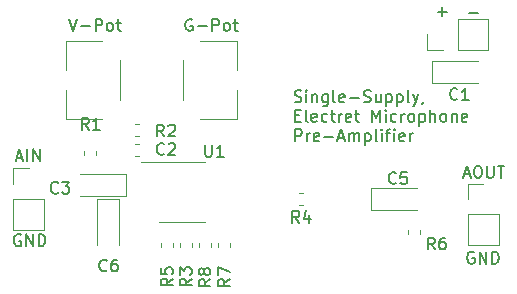
<source format=gbr>
G04 #@! TF.GenerationSoftware,KiCad,Pcbnew,(5.1.4)-1*
G04 #@! TF.CreationDate,2019-11-25T16:57:10-05:00*
G04 #@! TF.ProjectId,preamplifier,70726561-6d70-46c6-9966-6965722e6b69,rev?*
G04 #@! TF.SameCoordinates,Original*
G04 #@! TF.FileFunction,Legend,Top*
G04 #@! TF.FilePolarity,Positive*
%FSLAX46Y46*%
G04 Gerber Fmt 4.6, Leading zero omitted, Abs format (unit mm)*
G04 Created by KiCad (PCBNEW (5.1.4)-1) date 2019-11-25 16:57:10*
%MOMM*%
%LPD*%
G04 APERTURE LIST*
%ADD10C,0.150000*%
%ADD11C,0.120000*%
G04 APERTURE END LIST*
D10*
X68243723Y-54956460D02*
X68577057Y-55956460D01*
X68910390Y-54956460D01*
X69243723Y-55575508D02*
X70005628Y-55575508D01*
X70481819Y-55956460D02*
X70481819Y-54956460D01*
X70862771Y-54956460D01*
X70958009Y-55004080D01*
X71005628Y-55051699D01*
X71053247Y-55146937D01*
X71053247Y-55289794D01*
X71005628Y-55385032D01*
X70958009Y-55432651D01*
X70862771Y-55480270D01*
X70481819Y-55480270D01*
X71624676Y-55956460D02*
X71529438Y-55908841D01*
X71481819Y-55861222D01*
X71434200Y-55765984D01*
X71434200Y-55480270D01*
X71481819Y-55385032D01*
X71529438Y-55337413D01*
X71624676Y-55289794D01*
X71767533Y-55289794D01*
X71862771Y-55337413D01*
X71910390Y-55385032D01*
X71958009Y-55480270D01*
X71958009Y-55765984D01*
X71910390Y-55861222D01*
X71862771Y-55908841D01*
X71767533Y-55956460D01*
X71624676Y-55956460D01*
X72243723Y-55289794D02*
X72624676Y-55289794D01*
X72386580Y-54956460D02*
X72386580Y-55813603D01*
X72434200Y-55908841D01*
X72529438Y-55956460D01*
X72624676Y-55956460D01*
X78648441Y-55004080D02*
X78553203Y-54956460D01*
X78410346Y-54956460D01*
X78267489Y-55004080D01*
X78172251Y-55099318D01*
X78124632Y-55194556D01*
X78077013Y-55385032D01*
X78077013Y-55527889D01*
X78124632Y-55718365D01*
X78172251Y-55813603D01*
X78267489Y-55908841D01*
X78410346Y-55956460D01*
X78505584Y-55956460D01*
X78648441Y-55908841D01*
X78696060Y-55861222D01*
X78696060Y-55527889D01*
X78505584Y-55527889D01*
X79124632Y-55575508D02*
X79886537Y-55575508D01*
X80362727Y-55956460D02*
X80362727Y-54956460D01*
X80743680Y-54956460D01*
X80838918Y-55004080D01*
X80886537Y-55051699D01*
X80934156Y-55146937D01*
X80934156Y-55289794D01*
X80886537Y-55385032D01*
X80838918Y-55432651D01*
X80743680Y-55480270D01*
X80362727Y-55480270D01*
X81505584Y-55956460D02*
X81410346Y-55908841D01*
X81362727Y-55861222D01*
X81315108Y-55765984D01*
X81315108Y-55480270D01*
X81362727Y-55385032D01*
X81410346Y-55337413D01*
X81505584Y-55289794D01*
X81648441Y-55289794D01*
X81743680Y-55337413D01*
X81791299Y-55385032D01*
X81838918Y-55480270D01*
X81838918Y-55765984D01*
X81791299Y-55861222D01*
X81743680Y-55908841D01*
X81648441Y-55956460D01*
X81505584Y-55956460D01*
X82124632Y-55289794D02*
X82505584Y-55289794D01*
X82267489Y-54956460D02*
X82267489Y-55813603D01*
X82315108Y-55908841D01*
X82410346Y-55956460D01*
X82505584Y-55956460D01*
X87328696Y-61955041D02*
X87471553Y-62002660D01*
X87709648Y-62002660D01*
X87804886Y-61955041D01*
X87852505Y-61907422D01*
X87900124Y-61812184D01*
X87900124Y-61716946D01*
X87852505Y-61621708D01*
X87804886Y-61574089D01*
X87709648Y-61526470D01*
X87519172Y-61478851D01*
X87423934Y-61431232D01*
X87376315Y-61383613D01*
X87328696Y-61288375D01*
X87328696Y-61193137D01*
X87376315Y-61097899D01*
X87423934Y-61050280D01*
X87519172Y-61002660D01*
X87757267Y-61002660D01*
X87900124Y-61050280D01*
X88328696Y-62002660D02*
X88328696Y-61335994D01*
X88328696Y-61002660D02*
X88281077Y-61050280D01*
X88328696Y-61097899D01*
X88376315Y-61050280D01*
X88328696Y-61002660D01*
X88328696Y-61097899D01*
X88804886Y-61335994D02*
X88804886Y-62002660D01*
X88804886Y-61431232D02*
X88852505Y-61383613D01*
X88947743Y-61335994D01*
X89090600Y-61335994D01*
X89185839Y-61383613D01*
X89233458Y-61478851D01*
X89233458Y-62002660D01*
X90138220Y-61335994D02*
X90138220Y-62145518D01*
X90090600Y-62240756D01*
X90042981Y-62288375D01*
X89947743Y-62335994D01*
X89804886Y-62335994D01*
X89709648Y-62288375D01*
X90138220Y-61955041D02*
X90042981Y-62002660D01*
X89852505Y-62002660D01*
X89757267Y-61955041D01*
X89709648Y-61907422D01*
X89662029Y-61812184D01*
X89662029Y-61526470D01*
X89709648Y-61431232D01*
X89757267Y-61383613D01*
X89852505Y-61335994D01*
X90042981Y-61335994D01*
X90138220Y-61383613D01*
X90757267Y-62002660D02*
X90662029Y-61955041D01*
X90614410Y-61859803D01*
X90614410Y-61002660D01*
X91519172Y-61955041D02*
X91423934Y-62002660D01*
X91233458Y-62002660D01*
X91138220Y-61955041D01*
X91090600Y-61859803D01*
X91090600Y-61478851D01*
X91138220Y-61383613D01*
X91233458Y-61335994D01*
X91423934Y-61335994D01*
X91519172Y-61383613D01*
X91566791Y-61478851D01*
X91566791Y-61574089D01*
X91090600Y-61669327D01*
X91995362Y-61621708D02*
X92757267Y-61621708D01*
X93185839Y-61955041D02*
X93328696Y-62002660D01*
X93566791Y-62002660D01*
X93662029Y-61955041D01*
X93709648Y-61907422D01*
X93757267Y-61812184D01*
X93757267Y-61716946D01*
X93709648Y-61621708D01*
X93662029Y-61574089D01*
X93566791Y-61526470D01*
X93376315Y-61478851D01*
X93281077Y-61431232D01*
X93233458Y-61383613D01*
X93185839Y-61288375D01*
X93185839Y-61193137D01*
X93233458Y-61097899D01*
X93281077Y-61050280D01*
X93376315Y-61002660D01*
X93614410Y-61002660D01*
X93757267Y-61050280D01*
X94614410Y-61335994D02*
X94614410Y-62002660D01*
X94185839Y-61335994D02*
X94185839Y-61859803D01*
X94233458Y-61955041D01*
X94328696Y-62002660D01*
X94471553Y-62002660D01*
X94566791Y-61955041D01*
X94614410Y-61907422D01*
X95090600Y-61335994D02*
X95090600Y-62335994D01*
X95090600Y-61383613D02*
X95185839Y-61335994D01*
X95376315Y-61335994D01*
X95471553Y-61383613D01*
X95519172Y-61431232D01*
X95566791Y-61526470D01*
X95566791Y-61812184D01*
X95519172Y-61907422D01*
X95471553Y-61955041D01*
X95376315Y-62002660D01*
X95185839Y-62002660D01*
X95090600Y-61955041D01*
X95995362Y-61335994D02*
X95995362Y-62335994D01*
X95995362Y-61383613D02*
X96090600Y-61335994D01*
X96281077Y-61335994D01*
X96376315Y-61383613D01*
X96423934Y-61431232D01*
X96471553Y-61526470D01*
X96471553Y-61812184D01*
X96423934Y-61907422D01*
X96376315Y-61955041D01*
X96281077Y-62002660D01*
X96090600Y-62002660D01*
X95995362Y-61955041D01*
X97042981Y-62002660D02*
X96947743Y-61955041D01*
X96900124Y-61859803D01*
X96900124Y-61002660D01*
X97328696Y-61335994D02*
X97566791Y-62002660D01*
X97804886Y-61335994D02*
X97566791Y-62002660D01*
X97471553Y-62240756D01*
X97423934Y-62288375D01*
X97328696Y-62335994D01*
X98233458Y-61955041D02*
X98233458Y-62002660D01*
X98185839Y-62097899D01*
X98138220Y-62145518D01*
X87376315Y-63128851D02*
X87709648Y-63128851D01*
X87852505Y-63652660D02*
X87376315Y-63652660D01*
X87376315Y-62652660D01*
X87852505Y-62652660D01*
X88423934Y-63652660D02*
X88328696Y-63605041D01*
X88281077Y-63509803D01*
X88281077Y-62652660D01*
X89185839Y-63605041D02*
X89090600Y-63652660D01*
X88900124Y-63652660D01*
X88804886Y-63605041D01*
X88757267Y-63509803D01*
X88757267Y-63128851D01*
X88804886Y-63033613D01*
X88900124Y-62985994D01*
X89090600Y-62985994D01*
X89185839Y-63033613D01*
X89233458Y-63128851D01*
X89233458Y-63224089D01*
X88757267Y-63319327D01*
X90090600Y-63605041D02*
X89995362Y-63652660D01*
X89804886Y-63652660D01*
X89709648Y-63605041D01*
X89662029Y-63557422D01*
X89614410Y-63462184D01*
X89614410Y-63176470D01*
X89662029Y-63081232D01*
X89709648Y-63033613D01*
X89804886Y-62985994D01*
X89995362Y-62985994D01*
X90090600Y-63033613D01*
X90376315Y-62985994D02*
X90757267Y-62985994D01*
X90519172Y-62652660D02*
X90519172Y-63509803D01*
X90566791Y-63605041D01*
X90662029Y-63652660D01*
X90757267Y-63652660D01*
X91090600Y-63652660D02*
X91090600Y-62985994D01*
X91090600Y-63176470D02*
X91138220Y-63081232D01*
X91185839Y-63033613D01*
X91281077Y-62985994D01*
X91376315Y-62985994D01*
X92090600Y-63605041D02*
X91995362Y-63652660D01*
X91804886Y-63652660D01*
X91709648Y-63605041D01*
X91662029Y-63509803D01*
X91662029Y-63128851D01*
X91709648Y-63033613D01*
X91804886Y-62985994D01*
X91995362Y-62985994D01*
X92090600Y-63033613D01*
X92138220Y-63128851D01*
X92138220Y-63224089D01*
X91662029Y-63319327D01*
X92423934Y-62985994D02*
X92804886Y-62985994D01*
X92566791Y-62652660D02*
X92566791Y-63509803D01*
X92614410Y-63605041D01*
X92709648Y-63652660D01*
X92804886Y-63652660D01*
X93900124Y-63652660D02*
X93900124Y-62652660D01*
X94233458Y-63366946D01*
X94566791Y-62652660D01*
X94566791Y-63652660D01*
X95042981Y-63652660D02*
X95042981Y-62985994D01*
X95042981Y-62652660D02*
X94995362Y-62700280D01*
X95042981Y-62747899D01*
X95090600Y-62700280D01*
X95042981Y-62652660D01*
X95042981Y-62747899D01*
X95947743Y-63605041D02*
X95852505Y-63652660D01*
X95662029Y-63652660D01*
X95566791Y-63605041D01*
X95519172Y-63557422D01*
X95471553Y-63462184D01*
X95471553Y-63176470D01*
X95519172Y-63081232D01*
X95566791Y-63033613D01*
X95662029Y-62985994D01*
X95852505Y-62985994D01*
X95947743Y-63033613D01*
X96376315Y-63652660D02*
X96376315Y-62985994D01*
X96376315Y-63176470D02*
X96423934Y-63081232D01*
X96471553Y-63033613D01*
X96566791Y-62985994D01*
X96662029Y-62985994D01*
X97138220Y-63652660D02*
X97042981Y-63605041D01*
X96995362Y-63557422D01*
X96947743Y-63462184D01*
X96947743Y-63176470D01*
X96995362Y-63081232D01*
X97042981Y-63033613D01*
X97138220Y-62985994D01*
X97281077Y-62985994D01*
X97376315Y-63033613D01*
X97423934Y-63081232D01*
X97471553Y-63176470D01*
X97471553Y-63462184D01*
X97423934Y-63557422D01*
X97376315Y-63605041D01*
X97281077Y-63652660D01*
X97138220Y-63652660D01*
X97900124Y-62985994D02*
X97900124Y-63985994D01*
X97900124Y-63033613D02*
X97995362Y-62985994D01*
X98185839Y-62985994D01*
X98281077Y-63033613D01*
X98328696Y-63081232D01*
X98376315Y-63176470D01*
X98376315Y-63462184D01*
X98328696Y-63557422D01*
X98281077Y-63605041D01*
X98185839Y-63652660D01*
X97995362Y-63652660D01*
X97900124Y-63605041D01*
X98804886Y-63652660D02*
X98804886Y-62652660D01*
X99233458Y-63652660D02*
X99233458Y-63128851D01*
X99185839Y-63033613D01*
X99090600Y-62985994D01*
X98947743Y-62985994D01*
X98852505Y-63033613D01*
X98804886Y-63081232D01*
X99852505Y-63652660D02*
X99757267Y-63605041D01*
X99709648Y-63557422D01*
X99662029Y-63462184D01*
X99662029Y-63176470D01*
X99709648Y-63081232D01*
X99757267Y-63033613D01*
X99852505Y-62985994D01*
X99995362Y-62985994D01*
X100090600Y-63033613D01*
X100138220Y-63081232D01*
X100185839Y-63176470D01*
X100185839Y-63462184D01*
X100138220Y-63557422D01*
X100090600Y-63605041D01*
X99995362Y-63652660D01*
X99852505Y-63652660D01*
X100614410Y-62985994D02*
X100614410Y-63652660D01*
X100614410Y-63081232D02*
X100662029Y-63033613D01*
X100757267Y-62985994D01*
X100900124Y-62985994D01*
X100995362Y-63033613D01*
X101042981Y-63128851D01*
X101042981Y-63652660D01*
X101900124Y-63605041D02*
X101804886Y-63652660D01*
X101614410Y-63652660D01*
X101519172Y-63605041D01*
X101471553Y-63509803D01*
X101471553Y-63128851D01*
X101519172Y-63033613D01*
X101614410Y-62985994D01*
X101804886Y-62985994D01*
X101900124Y-63033613D01*
X101947743Y-63128851D01*
X101947743Y-63224089D01*
X101471553Y-63319327D01*
X87376315Y-65302660D02*
X87376315Y-64302660D01*
X87757267Y-64302660D01*
X87852505Y-64350280D01*
X87900124Y-64397899D01*
X87947743Y-64493137D01*
X87947743Y-64635994D01*
X87900124Y-64731232D01*
X87852505Y-64778851D01*
X87757267Y-64826470D01*
X87376315Y-64826470D01*
X88376315Y-65302660D02*
X88376315Y-64635994D01*
X88376315Y-64826470D02*
X88423934Y-64731232D01*
X88471553Y-64683613D01*
X88566791Y-64635994D01*
X88662029Y-64635994D01*
X89376315Y-65255041D02*
X89281077Y-65302660D01*
X89090600Y-65302660D01*
X88995362Y-65255041D01*
X88947743Y-65159803D01*
X88947743Y-64778851D01*
X88995362Y-64683613D01*
X89090600Y-64635994D01*
X89281077Y-64635994D01*
X89376315Y-64683613D01*
X89423934Y-64778851D01*
X89423934Y-64874089D01*
X88947743Y-64969327D01*
X89852505Y-64921708D02*
X90614410Y-64921708D01*
X91042981Y-65016946D02*
X91519172Y-65016946D01*
X90947743Y-65302660D02*
X91281077Y-64302660D01*
X91614410Y-65302660D01*
X91947743Y-65302660D02*
X91947743Y-64635994D01*
X91947743Y-64731232D02*
X91995362Y-64683613D01*
X92090600Y-64635994D01*
X92233458Y-64635994D01*
X92328696Y-64683613D01*
X92376315Y-64778851D01*
X92376315Y-65302660D01*
X92376315Y-64778851D02*
X92423934Y-64683613D01*
X92519172Y-64635994D01*
X92662029Y-64635994D01*
X92757267Y-64683613D01*
X92804886Y-64778851D01*
X92804886Y-65302660D01*
X93281077Y-64635994D02*
X93281077Y-65635994D01*
X93281077Y-64683613D02*
X93376315Y-64635994D01*
X93566791Y-64635994D01*
X93662029Y-64683613D01*
X93709648Y-64731232D01*
X93757267Y-64826470D01*
X93757267Y-65112184D01*
X93709648Y-65207422D01*
X93662029Y-65255041D01*
X93566791Y-65302660D01*
X93376315Y-65302660D01*
X93281077Y-65255041D01*
X94328696Y-65302660D02*
X94233458Y-65255041D01*
X94185839Y-65159803D01*
X94185839Y-64302660D01*
X94709648Y-65302660D02*
X94709648Y-64635994D01*
X94709648Y-64302660D02*
X94662029Y-64350280D01*
X94709648Y-64397899D01*
X94757267Y-64350280D01*
X94709648Y-64302660D01*
X94709648Y-64397899D01*
X95042981Y-64635994D02*
X95423934Y-64635994D01*
X95185839Y-65302660D02*
X95185839Y-64445518D01*
X95233458Y-64350280D01*
X95328696Y-64302660D01*
X95423934Y-64302660D01*
X95757267Y-65302660D02*
X95757267Y-64635994D01*
X95757267Y-64302660D02*
X95709648Y-64350280D01*
X95757267Y-64397899D01*
X95804886Y-64350280D01*
X95757267Y-64302660D01*
X95757267Y-64397899D01*
X96614410Y-65255041D02*
X96519172Y-65302660D01*
X96328696Y-65302660D01*
X96233458Y-65255041D01*
X96185839Y-65159803D01*
X96185839Y-64778851D01*
X96233458Y-64683613D01*
X96328696Y-64635994D01*
X96519172Y-64635994D01*
X96614410Y-64683613D01*
X96662029Y-64778851D01*
X96662029Y-64874089D01*
X96185839Y-64969327D01*
X97090600Y-65302660D02*
X97090600Y-64635994D01*
X97090600Y-64826470D02*
X97138220Y-64731232D01*
X97185839Y-64683613D01*
X97281077Y-64635994D01*
X97376315Y-64635994D01*
X102057247Y-54427428D02*
X102819152Y-54427428D01*
X99435967Y-54351228D02*
X100197872Y-54351228D01*
X99816920Y-54732180D02*
X99816920Y-53970276D01*
X102514495Y-74709400D02*
X102419257Y-74661780D01*
X102276400Y-74661780D01*
X102133542Y-74709400D01*
X102038304Y-74804638D01*
X101990685Y-74899876D01*
X101943066Y-75090352D01*
X101943066Y-75233209D01*
X101990685Y-75423685D01*
X102038304Y-75518923D01*
X102133542Y-75614161D01*
X102276400Y-75661780D01*
X102371638Y-75661780D01*
X102514495Y-75614161D01*
X102562114Y-75566542D01*
X102562114Y-75233209D01*
X102371638Y-75233209D01*
X102990685Y-75661780D02*
X102990685Y-74661780D01*
X103562114Y-75661780D01*
X103562114Y-74661780D01*
X104038304Y-75661780D02*
X104038304Y-74661780D01*
X104276400Y-74661780D01*
X104419257Y-74709400D01*
X104514495Y-74804638D01*
X104562114Y-74899876D01*
X104609733Y-75090352D01*
X104609733Y-75233209D01*
X104562114Y-75423685D01*
X104514495Y-75518923D01*
X104419257Y-75614161D01*
X104276400Y-75661780D01*
X104038304Y-75661780D01*
X101660533Y-68111666D02*
X102136723Y-68111666D01*
X101565295Y-68397380D02*
X101898628Y-67397380D01*
X102231961Y-68397380D01*
X102755771Y-67397380D02*
X102946247Y-67397380D01*
X103041485Y-67445000D01*
X103136723Y-67540238D01*
X103184342Y-67730714D01*
X103184342Y-68064047D01*
X103136723Y-68254523D01*
X103041485Y-68349761D01*
X102946247Y-68397380D01*
X102755771Y-68397380D01*
X102660533Y-68349761D01*
X102565295Y-68254523D01*
X102517676Y-68064047D01*
X102517676Y-67730714D01*
X102565295Y-67540238D01*
X102660533Y-67445000D01*
X102755771Y-67397380D01*
X103612914Y-67397380D02*
X103612914Y-68206904D01*
X103660533Y-68302142D01*
X103708152Y-68349761D01*
X103803390Y-68397380D01*
X103993866Y-68397380D01*
X104089104Y-68349761D01*
X104136723Y-68302142D01*
X104184342Y-68206904D01*
X104184342Y-67397380D01*
X104517676Y-67397380D02*
X105089104Y-67397380D01*
X104803390Y-68397380D02*
X104803390Y-67397380D01*
X64135095Y-73236200D02*
X64039857Y-73188580D01*
X63897000Y-73188580D01*
X63754142Y-73236200D01*
X63658904Y-73331438D01*
X63611285Y-73426676D01*
X63563666Y-73617152D01*
X63563666Y-73760009D01*
X63611285Y-73950485D01*
X63658904Y-74045723D01*
X63754142Y-74140961D01*
X63897000Y-74188580D01*
X63992238Y-74188580D01*
X64135095Y-74140961D01*
X64182714Y-74093342D01*
X64182714Y-73760009D01*
X63992238Y-73760009D01*
X64611285Y-74188580D02*
X64611285Y-73188580D01*
X65182714Y-74188580D01*
X65182714Y-73188580D01*
X65658904Y-74188580D02*
X65658904Y-73188580D01*
X65897000Y-73188580D01*
X66039857Y-73236200D01*
X66135095Y-73331438D01*
X66182714Y-73426676D01*
X66230333Y-73617152D01*
X66230333Y-73760009D01*
X66182714Y-73950485D01*
X66135095Y-74045723D01*
X66039857Y-74140961D01*
X65897000Y-74188580D01*
X65658904Y-74188580D01*
X63795400Y-66714666D02*
X64271590Y-66714666D01*
X63700161Y-67000380D02*
X64033495Y-66000380D01*
X64366828Y-67000380D01*
X64700161Y-67000380D02*
X64700161Y-66000380D01*
X65176352Y-67000380D02*
X65176352Y-66000380D01*
X65747780Y-67000380D01*
X65747780Y-66000380D01*
D11*
X79358000Y-56801400D02*
X82412000Y-56801400D01*
X79358000Y-63391400D02*
X82412000Y-63391400D01*
X82412000Y-59261400D02*
X82412000Y-56801400D01*
X82412000Y-63391400D02*
X82412000Y-60931400D01*
X77852000Y-61801400D02*
X77852000Y-58391400D01*
X71035400Y-63391400D02*
X67981400Y-63391400D01*
X71035400Y-56801400D02*
X67981400Y-56801400D01*
X67981400Y-60931400D02*
X67981400Y-63391400D01*
X67981400Y-56801400D02*
X67981400Y-59261400D01*
X72541400Y-58391400D02*
X72541400Y-61801400D01*
X77786000Y-67036000D02*
X74336000Y-67036000D01*
X77786000Y-67036000D02*
X79736000Y-67036000D01*
X77786000Y-72156000D02*
X75836000Y-72156000D01*
X77786000Y-72156000D02*
X79736000Y-72156000D01*
X79271400Y-73929021D02*
X79271400Y-74254579D01*
X80291400Y-73929021D02*
X80291400Y-74254579D01*
X81840800Y-74254579D02*
X81840800Y-73929021D01*
X80820800Y-74254579D02*
X80820800Y-73929021D01*
X96899000Y-72862221D02*
X96899000Y-73187779D01*
X97919000Y-72862221D02*
X97919000Y-73187779D01*
X76032900Y-73929021D02*
X76032900Y-74254579D01*
X77052900Y-73929021D02*
X77052900Y-74254579D01*
X88046779Y-69721000D02*
X87721221Y-69721000D01*
X88046779Y-70741000D02*
X87721221Y-70741000D01*
X78640400Y-74254679D02*
X78640400Y-73929121D01*
X77620400Y-74254679D02*
X77620400Y-73929121D01*
X73840121Y-64873600D02*
X74165679Y-64873600D01*
X73840121Y-63853600D02*
X74165679Y-63853600D01*
X69530500Y-66131221D02*
X69530500Y-66456779D01*
X70550500Y-66131221D02*
X70550500Y-66456779D01*
X98539001Y-57588499D02*
X98539001Y-56258499D01*
X99869001Y-57588499D02*
X98539001Y-57588499D01*
X101139001Y-57588499D02*
X101139001Y-54928499D01*
X101139001Y-54928499D02*
X103739001Y-54928499D01*
X101139001Y-57588499D02*
X103739001Y-57588499D01*
X103739001Y-57588499D02*
X103739001Y-54928499D01*
X63490800Y-67605600D02*
X64820800Y-67605600D01*
X63490800Y-68935600D02*
X63490800Y-67605600D01*
X63490800Y-70205600D02*
X66150800Y-70205600D01*
X66150800Y-70205600D02*
X66150800Y-72805600D01*
X63490800Y-70205600D02*
X63490800Y-72805600D01*
X63490800Y-72805600D02*
X66150800Y-72805600D01*
X101984500Y-68901000D02*
X103314500Y-68901000D01*
X101984500Y-70231000D02*
X101984500Y-68901000D01*
X101984500Y-71501000D02*
X104644500Y-71501000D01*
X104644500Y-71501000D02*
X104644500Y-74101000D01*
X101984500Y-71501000D02*
X101984500Y-74101000D01*
X101984500Y-74101000D02*
X104644500Y-74101000D01*
X70591400Y-70177800D02*
X70591400Y-74087800D01*
X72461400Y-70177800D02*
X70591400Y-70177800D01*
X72461400Y-74087800D02*
X72461400Y-70177800D01*
X93765500Y-71166000D02*
X97675500Y-71166000D01*
X93765500Y-69296000D02*
X93765500Y-71166000D01*
X97675500Y-69296000D02*
X93765500Y-69296000D01*
X73074400Y-68076800D02*
X69164400Y-68076800D01*
X73074400Y-69946800D02*
X73074400Y-68076800D01*
X69164400Y-69946800D02*
X73074400Y-69946800D01*
X74165679Y-65504600D02*
X73840121Y-65504600D01*
X74165679Y-66524600D02*
X73840121Y-66524600D01*
X98972500Y-60371000D02*
X102882500Y-60371000D01*
X98972500Y-58501000D02*
X98972500Y-60371000D01*
X102882500Y-58501000D02*
X98972500Y-58501000D01*
D10*
X79756095Y-65619380D02*
X79756095Y-66428904D01*
X79803714Y-66524142D01*
X79851333Y-66571761D01*
X79946571Y-66619380D01*
X80137047Y-66619380D01*
X80232285Y-66571761D01*
X80279904Y-66524142D01*
X80327523Y-66428904D01*
X80327523Y-65619380D01*
X81327523Y-66619380D02*
X80756095Y-66619380D01*
X81041809Y-66619380D02*
X81041809Y-65619380D01*
X80946571Y-65762238D01*
X80851333Y-65857476D01*
X80756095Y-65905095D01*
X80208380Y-77001666D02*
X79732190Y-77335000D01*
X80208380Y-77573095D02*
X79208380Y-77573095D01*
X79208380Y-77192142D01*
X79256000Y-77096904D01*
X79303619Y-77049285D01*
X79398857Y-77001666D01*
X79541714Y-77001666D01*
X79636952Y-77049285D01*
X79684571Y-77096904D01*
X79732190Y-77192142D01*
X79732190Y-77573095D01*
X79636952Y-76430238D02*
X79589333Y-76525476D01*
X79541714Y-76573095D01*
X79446476Y-76620714D01*
X79398857Y-76620714D01*
X79303619Y-76573095D01*
X79256000Y-76525476D01*
X79208380Y-76430238D01*
X79208380Y-76239761D01*
X79256000Y-76144523D01*
X79303619Y-76096904D01*
X79398857Y-76049285D01*
X79446476Y-76049285D01*
X79541714Y-76096904D01*
X79589333Y-76144523D01*
X79636952Y-76239761D01*
X79636952Y-76430238D01*
X79684571Y-76525476D01*
X79732190Y-76573095D01*
X79827428Y-76620714D01*
X80017904Y-76620714D01*
X80113142Y-76573095D01*
X80160761Y-76525476D01*
X80208380Y-76430238D01*
X80208380Y-76239761D01*
X80160761Y-76144523D01*
X80113142Y-76096904D01*
X80017904Y-76049285D01*
X79827428Y-76049285D01*
X79732190Y-76096904D01*
X79684571Y-76144523D01*
X79636952Y-76239761D01*
X81833980Y-76976266D02*
X81357790Y-77309600D01*
X81833980Y-77547695D02*
X80833980Y-77547695D01*
X80833980Y-77166742D01*
X80881600Y-77071504D01*
X80929219Y-77023885D01*
X81024457Y-76976266D01*
X81167314Y-76976266D01*
X81262552Y-77023885D01*
X81310171Y-77071504D01*
X81357790Y-77166742D01*
X81357790Y-77547695D01*
X80833980Y-76642933D02*
X80833980Y-75976266D01*
X81833980Y-76404838D01*
X99198133Y-74467980D02*
X98864800Y-73991790D01*
X98626704Y-74467980D02*
X98626704Y-73467980D01*
X99007657Y-73467980D01*
X99102895Y-73515600D01*
X99150514Y-73563219D01*
X99198133Y-73658457D01*
X99198133Y-73801314D01*
X99150514Y-73896552D01*
X99102895Y-73944171D01*
X99007657Y-73991790D01*
X98626704Y-73991790D01*
X100055276Y-73467980D02*
X99864800Y-73467980D01*
X99769561Y-73515600D01*
X99721942Y-73563219D01*
X99626704Y-73706076D01*
X99579085Y-73896552D01*
X99579085Y-74277504D01*
X99626704Y-74372742D01*
X99674323Y-74420361D01*
X99769561Y-74467980D01*
X99960038Y-74467980D01*
X100055276Y-74420361D01*
X100102895Y-74372742D01*
X100150514Y-74277504D01*
X100150514Y-74039409D01*
X100102895Y-73944171D01*
X100055276Y-73896552D01*
X99960038Y-73848933D01*
X99769561Y-73848933D01*
X99674323Y-73896552D01*
X99626704Y-73944171D01*
X99579085Y-74039409D01*
X77007980Y-76950866D02*
X76531790Y-77284200D01*
X77007980Y-77522295D02*
X76007980Y-77522295D01*
X76007980Y-77141342D01*
X76055600Y-77046104D01*
X76103219Y-76998485D01*
X76198457Y-76950866D01*
X76341314Y-76950866D01*
X76436552Y-76998485D01*
X76484171Y-77046104D01*
X76531790Y-77141342D01*
X76531790Y-77522295D01*
X76007980Y-76046104D02*
X76007980Y-76522295D01*
X76484171Y-76569914D01*
X76436552Y-76522295D01*
X76388933Y-76427057D01*
X76388933Y-76188961D01*
X76436552Y-76093723D01*
X76484171Y-76046104D01*
X76579409Y-75998485D01*
X76817504Y-75998485D01*
X76912742Y-76046104D01*
X76960361Y-76093723D01*
X77007980Y-76188961D01*
X77007980Y-76427057D01*
X76960361Y-76522295D01*
X76912742Y-76569914D01*
X87717333Y-72207380D02*
X87384000Y-71731190D01*
X87145904Y-72207380D02*
X87145904Y-71207380D01*
X87526857Y-71207380D01*
X87622095Y-71255000D01*
X87669714Y-71302619D01*
X87717333Y-71397857D01*
X87717333Y-71540714D01*
X87669714Y-71635952D01*
X87622095Y-71683571D01*
X87526857Y-71731190D01*
X87145904Y-71731190D01*
X88574476Y-71540714D02*
X88574476Y-72207380D01*
X88336380Y-71159761D02*
X88098285Y-71874047D01*
X88717333Y-71874047D01*
X78608180Y-76950866D02*
X78131990Y-77284200D01*
X78608180Y-77522295D02*
X77608180Y-77522295D01*
X77608180Y-77141342D01*
X77655800Y-77046104D01*
X77703419Y-76998485D01*
X77798657Y-76950866D01*
X77941514Y-76950866D01*
X78036752Y-76998485D01*
X78084371Y-77046104D01*
X78131990Y-77141342D01*
X78131990Y-77522295D01*
X77608180Y-76617533D02*
X77608180Y-75998485D01*
X77989133Y-76331819D01*
X77989133Y-76188961D01*
X78036752Y-76093723D01*
X78084371Y-76046104D01*
X78179609Y-75998485D01*
X78417704Y-75998485D01*
X78512942Y-76046104D01*
X78560561Y-76093723D01*
X78608180Y-76188961D01*
X78608180Y-76474676D01*
X78560561Y-76569914D01*
X78512942Y-76617533D01*
X76261933Y-64892180D02*
X75928600Y-64415990D01*
X75690504Y-64892180D02*
X75690504Y-63892180D01*
X76071457Y-63892180D01*
X76166695Y-63939800D01*
X76214314Y-63987419D01*
X76261933Y-64082657D01*
X76261933Y-64225514D01*
X76214314Y-64320752D01*
X76166695Y-64368371D01*
X76071457Y-64415990D01*
X75690504Y-64415990D01*
X76642885Y-63987419D02*
X76690504Y-63939800D01*
X76785742Y-63892180D01*
X77023838Y-63892180D01*
X77119076Y-63939800D01*
X77166695Y-63987419D01*
X77214314Y-64082657D01*
X77214314Y-64177895D01*
X77166695Y-64320752D01*
X76595266Y-64892180D01*
X77214314Y-64892180D01*
X69886533Y-64333380D02*
X69553200Y-63857190D01*
X69315104Y-64333380D02*
X69315104Y-63333380D01*
X69696057Y-63333380D01*
X69791295Y-63381000D01*
X69838914Y-63428619D01*
X69886533Y-63523857D01*
X69886533Y-63666714D01*
X69838914Y-63761952D01*
X69791295Y-63809571D01*
X69696057Y-63857190D01*
X69315104Y-63857190D01*
X70838914Y-64333380D02*
X70267485Y-64333380D01*
X70553200Y-64333380D02*
X70553200Y-63333380D01*
X70457961Y-63476238D01*
X70362723Y-63571476D01*
X70267485Y-63619095D01*
X71423233Y-76226942D02*
X71375614Y-76274561D01*
X71232757Y-76322180D01*
X71137519Y-76322180D01*
X70994661Y-76274561D01*
X70899423Y-76179323D01*
X70851804Y-76084085D01*
X70804185Y-75893609D01*
X70804185Y-75750752D01*
X70851804Y-75560276D01*
X70899423Y-75465038D01*
X70994661Y-75369800D01*
X71137519Y-75322180D01*
X71232757Y-75322180D01*
X71375614Y-75369800D01*
X71423233Y-75417419D01*
X72280376Y-75322180D02*
X72089900Y-75322180D01*
X71994661Y-75369800D01*
X71947042Y-75417419D01*
X71851804Y-75560276D01*
X71804185Y-75750752D01*
X71804185Y-76131704D01*
X71851804Y-76226942D01*
X71899423Y-76274561D01*
X71994661Y-76322180D01*
X72185138Y-76322180D01*
X72280376Y-76274561D01*
X72327995Y-76226942D01*
X72375614Y-76131704D01*
X72375614Y-75893609D01*
X72327995Y-75798371D01*
X72280376Y-75750752D01*
X72185138Y-75703133D01*
X71994661Y-75703133D01*
X71899423Y-75750752D01*
X71851804Y-75798371D01*
X71804185Y-75893609D01*
X95908833Y-68838142D02*
X95861214Y-68885761D01*
X95718357Y-68933380D01*
X95623119Y-68933380D01*
X95480261Y-68885761D01*
X95385023Y-68790523D01*
X95337404Y-68695285D01*
X95289785Y-68504809D01*
X95289785Y-68361952D01*
X95337404Y-68171476D01*
X95385023Y-68076238D01*
X95480261Y-67981000D01*
X95623119Y-67933380D01*
X95718357Y-67933380D01*
X95861214Y-67981000D01*
X95908833Y-68028619D01*
X96813595Y-67933380D02*
X96337404Y-67933380D01*
X96289785Y-68409571D01*
X96337404Y-68361952D01*
X96432642Y-68314333D01*
X96670738Y-68314333D01*
X96765976Y-68361952D01*
X96813595Y-68409571D01*
X96861214Y-68504809D01*
X96861214Y-68742904D01*
X96813595Y-68838142D01*
X96765976Y-68885761D01*
X96670738Y-68933380D01*
X96432642Y-68933380D01*
X96337404Y-68885761D01*
X96289785Y-68838142D01*
X67317333Y-69648342D02*
X67269714Y-69695961D01*
X67126857Y-69743580D01*
X67031619Y-69743580D01*
X66888761Y-69695961D01*
X66793523Y-69600723D01*
X66745904Y-69505485D01*
X66698285Y-69315009D01*
X66698285Y-69172152D01*
X66745904Y-68981676D01*
X66793523Y-68886438D01*
X66888761Y-68791200D01*
X67031619Y-68743580D01*
X67126857Y-68743580D01*
X67269714Y-68791200D01*
X67317333Y-68838819D01*
X67650666Y-68743580D02*
X68269714Y-68743580D01*
X67936380Y-69124533D01*
X68079238Y-69124533D01*
X68174476Y-69172152D01*
X68222095Y-69219771D01*
X68269714Y-69315009D01*
X68269714Y-69553104D01*
X68222095Y-69648342D01*
X68174476Y-69695961D01*
X68079238Y-69743580D01*
X67793523Y-69743580D01*
X67698285Y-69695961D01*
X67650666Y-69648342D01*
X76287333Y-66371742D02*
X76239714Y-66419361D01*
X76096857Y-66466980D01*
X76001619Y-66466980D01*
X75858761Y-66419361D01*
X75763523Y-66324123D01*
X75715904Y-66228885D01*
X75668285Y-66038409D01*
X75668285Y-65895552D01*
X75715904Y-65705076D01*
X75763523Y-65609838D01*
X75858761Y-65514600D01*
X76001619Y-65466980D01*
X76096857Y-65466980D01*
X76239714Y-65514600D01*
X76287333Y-65562219D01*
X76668285Y-65562219D02*
X76715904Y-65514600D01*
X76811142Y-65466980D01*
X77049238Y-65466980D01*
X77144476Y-65514600D01*
X77192095Y-65562219D01*
X77239714Y-65657457D01*
X77239714Y-65752695D01*
X77192095Y-65895552D01*
X76620666Y-66466980D01*
X77239714Y-66466980D01*
X101115833Y-61723542D02*
X101068214Y-61771161D01*
X100925357Y-61818780D01*
X100830119Y-61818780D01*
X100687261Y-61771161D01*
X100592023Y-61675923D01*
X100544404Y-61580685D01*
X100496785Y-61390209D01*
X100496785Y-61247352D01*
X100544404Y-61056876D01*
X100592023Y-60961638D01*
X100687261Y-60866400D01*
X100830119Y-60818780D01*
X100925357Y-60818780D01*
X101068214Y-60866400D01*
X101115833Y-60914019D01*
X102068214Y-61818780D02*
X101496785Y-61818780D01*
X101782500Y-61818780D02*
X101782500Y-60818780D01*
X101687261Y-60961638D01*
X101592023Y-61056876D01*
X101496785Y-61104495D01*
M02*

</source>
